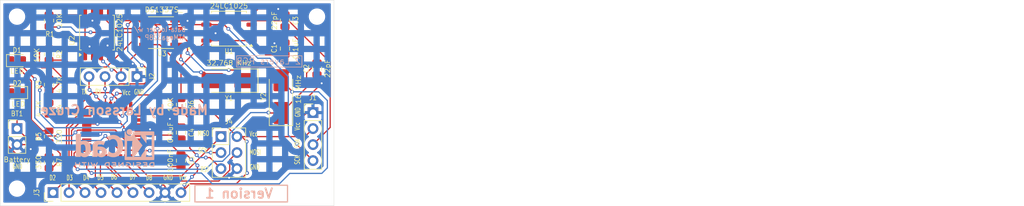
<source format=kicad_pcb>
(kicad_pcb (version 20241229) (generator "pcbnew") (generator_version "9.0")
  (title_block (title "${project_name}") (date "2025-08-30") (rev "1") (comment 1 "2-Layer_PCB_Version"))
  (layers (0 "F.Cu" mixed) (2 "B.Cu" mixed) (13 "F.Paste" user) (15 "B.Paste" user) (5 "F.SilkS" user "F.Silkscreen") (7 "B.SilkS" user "B.Silkscreen") (1 "F.Mask" user) (3 "B.Mask" user) (25 "Edge.Cuts" user))
  (property "project_name" "MCU Datalogger with Memory and Clock")
  (net 0 "")
  (net 1 "GND")
  (net 2 "/Vcc")
  (net 3 "Net-(U4-PB6)")
  (net 4 "Net-(U4-PB7)")
  (net 5 "Net-(U4-AREF)")
  (net 6 "Net-(D1-K)")
  (net 7 "/SCK")
  (net 8 "Net-(D2-K)")
  (net 9 "/SDA")
  (net 10 "/TX")
  (net 11 "/RX")
  (net 12 "/D8")
  (net 13 "/D4")
  (net 14 "/D3")
  (net 15 "/D7")
  (net 16 "/D6")
  (net 17 "/D5")
  (net 18 "/D2")
  (net 19 "/RESET")
  (net 20 "/MOSI")
  (net 21 "/MISO")
  (net 22 "Net-(U3-~{INTA})")
  (net 23 "Net-(U3-SQW{slash}~INT)")
  (net 24 "Net-(U3-X1)")
  (net 25 "Net-(U3-X2)")
  (net 35 "/SCL")
  (footprint "Connector_PinHeader_2.54mm:PinHeader_1x02_P2.54mm_Vertical" (layer "F.Cu") (at 93.98 125.095)
    (property "Reference" "BT1")
    (property "Value" "Battery")
  )
  (footprint "Resistor_SMD:R_0805_2012Metric" (layer "F.Cu") (at 99.06 113.3075 -90)
    (property "Reference" "R2")
    (property "Value" "10K")
  )
  (footprint "Resistor_SMD:R_0805_2012Metric" (layer "F.Cu") (at 99.06 118.11 90)
    (property "Reference" "R3")
    (property "Value" "4.7K")
  )
  (footprint "Footprints:SOIC127P600X175-8N" (layer "F.Cu") (at 116.84 109.855 180)
    (property "Reference" "U3")
    (property "Value" "DS1337S_")
  )
  (footprint "Package_SO:SOIC-8_5.3x5.3mm_P1.27mm" (layer "F.Cu") (at 106.68 109.855 90)
    (property "Reference" "U2")
    (property "Value" "24LC1025")
  )
  (footprint "Resistor_SMD:R_0805_2012Metric" (layer "F.Cu") (at 99.06 130.4525 -90)
    (property "Reference" "R7")
    (property "Value" "330")
  )
  (footprint "Capacitor_SMD:C_0805_2012Metric" (layer "F.Cu") (at 141.605 115.57 90)
    (property "Reference" "C2")
    (property "Value" "22pF")
  )
  (footprint "Connector_PinHeader_2.54mm:PinHeader_2x03_P2.54mm_Vertical" (layer "F.Cu") (at 126.36 126.365)
    (property "Reference" "J4")
    (property "Value" "Conn_02x03_Odd_Even" (hide yes))
  )
  (footprint "Capacitor_SMD:C_0805_2012Metric" (layer "F.Cu") (at 136.525 112.395 90)
    (property "Reference" "C1")
    (property "Value" "0.1uF")
  )
  (footprint "Connector_PinHeader_2.54mm:PinHeader_1x04_P2.54mm_Vertical" (layer "F.Cu") (at 140.97 122.555)
    (property "Reference" "J1")
    (property "Value" "Conn_01x04_Pin" (hide yes))
  )
  (footprint "Resistor_SMD:R_0805_2012Metric" (layer "F.Cu") (at 99.06 126.365 90)
    (property "Reference" "R5")
    (property "Value" "330")
  )
  (footprint "Capacitor_SMD:C_0805_2012Metric" (layer "F.Cu") (at 136.525 107.95 -90)
    (property "Reference" "C3")
    (property "Value" "22pF")
  )
  (footprint "Crystal:Crystal_SMD_5032-2Pin_5.0x3.2mm_HandSoldering" (layer "F.Cu") (at 127.635 117.475 180)
    (property "Reference" "Y1")
    (property "Value" "32.768 KHz")
  )
  (footprint "Connector_PinHeader_2.54mm:PinHeader_1x09_P2.54mm_Vertical" (layer "F.Cu") (at 99.695 135.255 90)
    (property "Reference" "J3")
    (property "Value" "Conn_01x09_Pin" (hide yes))
  )
  (footprint "MountingHole:MountingHole_2.1mm" (layer "F.Cu") (at 93.98 107.315)
    (property "Reference" "H1" (hide yes))
    (property "Value" "MountingHole" (hide yes))
  )
  (footprint "LED_SMD:LED_0805_2012Metric" (layer "F.Cu") (at 93.98 114.3)
    (property "Reference" "D1")
    (property "Value" "LED")
  )
  (footprint "Footprints:QFP80P900X900X120-32N" (layer "F.Cu") (at 109.22 125.73)
    (property "Reference" "U4" (hide yes))
    (property "Value" "ATMEGA328P-AU" (hide yes))
  )
  (footprint "MountingHole:MountingHole_2.1mm" (layer "F.Cu") (at 141.605 134.62)
    (property "Reference" "H4" (hide yes))
    (property "Value" "MountingHole" (hide yes))
  )
  (footprint "Package_SO:SOIC-8_5.3x5.3mm_P1.27mm" (layer "F.Cu") (at 127.635 109.22 180)
    (property "Reference" "U1")
    (property "Value" "24LC1025")
  )
  (footprint "MountingHole:MountingHole_2.1mm" (layer "F.Cu") (at 141.605 107.315)
    (property "Reference" "H3" (hide yes))
    (property "Value" "MountingHole" (hide yes))
  )
  (footprint "LED_SMD:LED_0805_2012Metric" (layer "F.Cu") (at 93.98 119.38 180)
    (property "Reference" "D2")
    (property "Value" "LED")
  )
  (footprint "Resistor_SMD:R_0805_2012Metric" (layer "F.Cu") (at 99.06 121.92 -90)
    (property "Reference" "R4")
    (property "Value" "4.7K")
  )
  (footprint "Capacitor_SMD:C_0805_2012Metric" (layer "F.Cu") (at 120.015 125.73 -90)
    (property "Reference" "C4")
    (property "Value" "0.1uF")
  )
  (footprint "MountingHole:MountingHole_2.1mm" (layer "F.Cu") (at 93.98 134.62)
    (property "Reference" "H2" (hide yes))
    (property "Value" "MountingHole" (hide yes))
  )
  (footprint "Resistor_SMD:R_0805_2012Metric" (layer "F.Cu") (at 120.015 121.285 -90)
    (property "Reference" "R6")
    (property "Value" "10K")
  )
  (footprint "Resistor_SMD:R_0805_2012Metric" (layer "F.Cu") (at 99.06 107.95 90)
    (property "Reference" "R1")
    (property "Value" "10K")
  )
  (footprint "Crystal:Crystal_SMD_5032-2Pin_5.0x3.2mm_HandSoldering" (layer "F.Cu") (at 135.89 120.015 90)
    (property "Reference" "Y2")
    (property "Value" "16 MHz")
  )
  (footprint "Capacitor_SMD:C_0805_2012Metric" (layer "F.Cu") (at 120.015 130.175 -90)
    (property "Reference" "C5")
    (property "Value" "100nF")
  )
  (footprint "Connector_PinHeader_2.54mm:PinHeader_1x04_P2.54mm_Vertical" (layer "F.Cu") (at 113.03 116.84 -90)
    (property "Reference" "J2")
    (property "Value" "Conn_01x04_Pin" (hide yes))
  )
  (footprint "Symbol:KiCad-Logo2_5mm_SilkScreen" (layer "B.Cu") (at 109.5 128.15 180)
    (property "Reference" "REF**" (hide yes))
    (property "Value" "KiCad-Logo2_5mm_SilkScreen" (hide yes))
  )
  (gr_rect (start 122.225 134.0875) (end 136.925 136.7375) (stroke (width 0.2)) (fill no) (layer "B.SilkS"))
  (gr_rect (start 128.8375 113.525) (end 139.2125 115.325) (stroke (width 0.1)) (fill no) (layer "B.SilkS"))
  (gr_rect (start 91.3 104.7) (end 144.3 137.35) (stroke (width 0.05)) (fill no) (layer "Edge.Cuts"))
  (gr_text "MISO" (at 122.6 126.325 0) (layer "F.SilkS") (effects (font (size 0.8 0.5) (thickness 0.1)) (justify left bottom)))
  (gr_text "D5" (at 106.675 133.325 0) (layer "F.SilkS") (effects (font (size 0.8 0.5) (thickness 0.1)) (justify left bottom)))
  (gr_text "Vcc" (at 110.675 119.825 0) (layer "F.SilkS") (effects (font (size 0.8 0.5) (thickness 0.1)) (justify left bottom)))
  (gr_text "RST" (at 123.05 132.05 0) (layer "F.SilkS") (effects (font (size 0.8 0.5) (thickness 0.1)) (justify left bottom)))
  (gr_text "SCK" (at 122.675 129.075 0) (layer "F.SilkS") (effects (font (size 0.8 0.5) (thickness 0.1)) (justify left bottom)))
  (gr_text "SDA" (at 138.95 128.225 90) (layer "F.SilkS") (effects (font (size 0.8 0.5) (thickness 0.1)) (justify left bottom)))
  (gr_text "GND" (at 93.225 131.575 0) (layer "F.SilkS") (effects (font (size 0.8 0.5) (thickness 0.1)) (justify left bottom)))
  (gr_text "D3" (at 101.775 133.375 0) (layer "F.SilkS") (effects (font (size 0.8 0.5) (thickness 0.1)) (justify left bottom)))
  (gr_text "RX" (at 106.325 119.7 0) (layer "F.SilkS") (effects (font (size 0.8 0.5) (thickness 0.1)) (justify left bottom)))
  (gr_text "Vcc" (at 119.625 133.3 0) (layer "F.SilkS") (effects (font (size 0.8 0.5) (thickness 0.1)) (justify left bottom)))
  (gr_text "MOSI" (at 130.825 129.325 0) (layer "F.SilkS") (effects (font (size 0.8 0.5) (thickness 0.1)) (justify left bottom)))
  (gr_text "GND" (at 130.875 131.675 0) (layer "F.SilkS") (effects (font (size 0.8 0.5) (thickness 0.1)) (justify left bottom)))
  (gr_text "Vcc" (at 138.95 125.45 90) (layer "F.SilkS") (effects (font (size 0.8 0.5) (thickness 0.1)) (justify left bottom)))
  (gr_text "Vcc" (at 130.825 126.4 0) (layer "F.SilkS") (effects (font (size 0.8 0.5) (thickness 0.1)) (justify left bottom)))
  (gr_text "D8" (at 114.4 133.35 0) (layer "F.SilkS") (effects (font (size 0.8 0.5) (thickness 0.1)) (justify left bottom)))
  (gr_text "SCK" (at 138.95 130.85 90) (layer "F.SilkS") (effects (font (size 0.8 0.5) (thickness 0.1)) (justify left bottom)))
  (gr_text "GND" (at 139.025 123.325 90) (layer "F.SilkS") (effects (font (size 0.8 0.5) (thickness 0.1)) (justify left bottom)))
  (gr_text "D6" (at 108.825 133.25 0) (layer "F.SilkS") (effects (font (size 0.8 0.5) (thickness 0.1)) (justify left bottom)))
  (gr_text "TX" (at 104.175 119.75 0) (layer "F.SilkS") (effects (font (size 0.8 0.5) (thickness 0.1)) (justify left bottom)))
  (gr_text "GND" (at 112.5 119.75 0) (layer "F.SilkS") (effects (font (size 0.8 0.5) (thickness 0.1)) (justify left bottom)))
  (gr_text "D7" (at 111.8 133.275 0) (layer "F.SilkS") (effects (font (size 0.8 0.5) (thickness 0.1)) (justify left bottom)))
  (gr_text "D2" (at 99.075 133.375 0) (layer "F.SilkS") (effects (font (size 0.8 0.5) (thickness 0.1)) (justify left bottom)))
  (gr_text "D4" (at 104.4 133.375 0) (layer "F.SilkS") (effects (font (size 0.8 0.5) (thickness 0.1)) (justify left bottom)))
  (gr_text "GND" (at 117.15 133.325 0) (layer "F.SilkS") (effects (font (size 0.8 0.5) (thickness 0.1)) (justify left bottom)))
  (gr_text "Made by Larsson Cruze" (at 124.475 123.025 0) (layer "B.SilkS") (effects (font (size 1.5 1.5) (thickness 0.3) (bold yes)) (justify left bottom mirror)))
  (gr_text "Data logger w/\nATMega328P" (at 120.825 111.1 0) (layer "B.SilkS") (effects (font (size 0.8 0.7) (thickness 0.1)) (justify left bottom mirror)))
  (gr_text "Version 1" (at 134.775 136.275 0) (layer "B.SilkS") (effects (font (size 1.5 1.5) (thickness 0.3) (bold yes)) (justify left bottom mirror)))
  (gr_text "2 Layers PCB" (at 139.1 114.975 0) (layer "B.SilkS") (effects (font (size 1 1) (thickness 0.1)) (justify left bottom mirror)))
  (segment (start 113.03 115.48) (end 112.35 114.8) (width 0.2) (layer "F.Cu") (net 1))
  (segment (start 106.045 112.60853) (end 105.493235 112.056765) (width 0.2) (layer "F.Cu") (net 1))
  (segment (start 138.65 121.6) (end 142.35 117.9) (width 0.2) (layer "F.Cu") (net 1))
  (segment (start 117.261 134.05) (end 116.725 134.05) (width 0.2) (layer "F.Cu") (net 1))
  (segment (start 115.1 125.2) (end 116.6 125.2) (width 0.2) (layer "F.Cu") (net 1))
  (segment (start 96.694 128.35) (end 97.7665 127.2775) (width 0.2) (layer "F.Cu") (net 1))
  (segment (start 134.955 111.445) (end 134.85 111.55) (width 0.2) (layer "F.Cu") (net 1))
  (segment (start 139.005 123.545) (end 138.65 123.19) (width 0.2) (layer "F.Cu") (net 1))
  (segment (start 110.95 125.3) (end 110.95 124.775) (width 0.2) (layer "F.Cu") (net 1))
  (segment (start 136.525 107) (end 136.35 107) (width 0.2) (layer "F.Cu") (net 1))
  (segment (start 119.315 107.95) (end 121.015 107.95) (width 0.2) (layer "F.Cu") (net 1))
  (segment (start 114.97 125.33) (end 115.1 125.2) (width 0.2) (layer "F.Cu") (net 1))
  (segment (start 113.39 125.33) (end 114.97 125.33) (width 0.2) (layer "F.Cu") (net 1))
  (segment (start 100.838 130.048) (end 100.838 129.0555) (width 0.2) (layer "F.Cu") (net 1))
  (segment (start 139.995 122.555) (end 140.97 122.555) (width 0.2) (layer "F.Cu") (net 1))
  (segment (start 136.35 107) (end 135.45 106.1) (width 0.2) (layer "F.Cu") (net 1))
  (segment (start 141.605 116.52) (end 141.605 117.155) (width 0.2) (layer "F.Cu") (net 1))
  (segment (start 128.9 131.445) (end 128.9 131.65) (width 0.2) (layer "F.Cu") (net 1))
  (segment (start 107 126.13) (end 107.2 125.93) (width 0.2) (layer "F.Cu") (net 1))
  (segment (start 125.405 109.855) (end 125.5 109.95) (width 0.2) (layer "F.Cu") (net 1))
  (segment (start 131.2225 107.315) (end 131.2225 107.1275) (width 0.2) (layer "F.Cu") (net 1))
  (segment (start 110.95 124.775) (end 110.225 124.05) (width 0.2) (layer "F.Cu") (net 1))
  (segment (start 106.045 106.2675) (end 106.045 107.855) (width 0.2) (layer "F.Cu") (net 1))
  (segment (start 106.045 107.855) (end 105.95 107.95) (width 0.2) (layer "F.Cu") (net 1))
  (segment (start 106.045 113.4425) (end 106.045 112.60853) (width 0.2) (layer "F.Cu") (net 1))
  (segment (start 138.65 123.19) (end 138.65 121.6) (width 0.2) (layer "F.Cu") (net 1))
  (segment (start 108.585 112.135) (end 108.35 111.9) (width 0.2) (layer "F.Cu") (net 1))
  (segment (start 120.015 124.78) (end 118.785 123.55) (width 0.2) (layer "F.Cu") (net 1))
  (segment (start 128.9 131.65) (end 127.65 132.9) (width 0.2) (layer "F.Cu") (net 1))
  (segment (start 121.015 107.95) (end 121.05 107.985) (width 0.2) (layer "F.Cu") (net 1))
  (segment (start 118.285 131.125) (end 120.015 131.125) (width 0.2) (layer "F.Cu") (net 1))
  (segment (start 124.0475 109.855) (end 125.405 109.855) (width 0.2) (layer "F.Cu") (net 1))
  (segment (start 106.75 124.35) (end 105.23 124.35) (width 0.2) (layer "F.Cu") (net 1))
  (segment (start 105.23 124.35) (end 105.05 124.53) (width 0.2) (layer "F.Cu") (net 1))
  (segment (start 105.05 126.13) (end 107 126.13) (width 0.2) (layer "F.Cu") (net 1))
  (segment (start 97.7665 127.2775) (end 99.06 127.2775) (width 0.2) (layer "F.Cu") (net 1))
  (segment (start 113.03 116.84) (end 113.03 115.48) (width 0.2) (layer "F.Cu") (net 1))
  (segment (start 96.15 128.35) (end 96.2 128.3) (width 0.2) (layer "F.Cu") (net 1))
  (segment (start 96.15 128.35) (end 96.694 128.35) (width 0.2) (layer "F.Cu") (net 1))
  (segment (start 108.585 113.4425) (end 108.585 112.135) (width 0.2) (layer "F.Cu") (net 1))
  (segment (start 117.475 135.255) (end 117.475 134.264) (width 0.2) (layer "F.Cu") (net 1))
  (segment (start 100.838 129.0555) (end 99.06 127.2775) (width 0.2) (layer "F.Cu") (net 1))
  (segment (start 99.06 131.365) (end 99.521 131.365) (width 0.2) (layer "F.Cu") (net 1))
  (segment (start 118.11 130.95) (end 118.285 131.125) (width 0.2) (layer "F.Cu") (net 1))
  (segment (start 118.785 123.55) (end 118.25 123.55) (width 0.2) (layer "F.Cu") (net 1))
  (segment (start 132.25 106.1) (end 131.9 106.45) (width 0.2) (layer "F.Cu") (net 1))
  (segment (start 93.98 127.635) (end 95.435 127.635) (width 0.2) (layer "F.Cu") (net 1))
  (segment (start 99.521 131.365) (end 100.838 130.048) (width 0.2) (layer "F.Cu") (net 1))
  (segment (start 136.525 111.445) (end 134.955 111.445) (width 0.2) (layer "F.Cu") (net 1))
  (segment (start 131.2225 107.1275) (end 131.9 106.45) (width 0.2) (layer "F.Cu") (net 1))
  (segment (start 117.475 134.264) (end 117.261 134.05) (width 0.2) (layer "F.Cu") (net 1))
  (segment (start 139.005 123.545) (end 139.995 122.555) (width 0.2) (layer "F.Cu") (net 1))
  (segment (start 95.435 127.635) (end 96.15 128.35) (width 0.2) (layer "F.Cu") (net 1))
  (segment (start 116.6 125.2) (end 118.25 123.55) (width 0.2) (layer "F.Cu") (net 1))
  (segment (start 141.605 117.155) (end 142.35 117.9) (width 0.2) (layer "F.Cu") (net 1))
  (segment (start 135.45 106.1) (end 132.25 106.1) (width 0.2) (layer "F.Cu") (net 1))
  (via (at 142.35 117.9) (size 0.6) (drill 0.3) (layers "F.Cu" "B.Cu") (net 1))
  (via (at 110.95 125.3) (size 0.6) (drill 0.3) (layers "F.Cu" "B.Cu") (net 1))
  (via (at 115.1 125.2) (size 0.6) (drill 0.3) (layers "F.Cu" "B.Cu") (net 1))
  (via (at 134.85 111.55) (size 0.6) (drill 0.3) (layers "F.Cu" "B.Cu") (net 1))
  (via (at 108.35 111.9) (size 0.6) (drill 0.3) (layers "F.Cu" "B.Cu") (net 1))
  (via (at 112.35 114.8) (size 0.6) (drill 0.3) (layers "F.Cu" "B.Cu") (net 1))
  (via (at 106.75 124.35) (size 0.6) (drill 0.3) (layers "F.Cu" "B.Cu") (net 1))
  (via (at 110.225 124.05) (size 0.6) (drill 0.3) (layers "F.Cu" "B.Cu") (net 1))
  (via (at 105.95 107.95) (size 0.6) (drill 0.3) (layers "F.Cu" "B.Cu") (net 1))
  (via (at 125.5 109.95) (size 0.6) (drill 0.3) (layers "F.Cu" "B.Cu") (net 1))
  (via (at 116.725 134.05) (size 0.6) (drill 0.3) (layers "F.Cu" "B.Cu") (net 1))
  (via (at 96.15 128.35) (size 0.6) (drill 0.3) (layers "F.Cu" "B.Cu") (net 1))
  (via (at 118.11 130.95) (size 0.6) (drill 0.3) (layers "F.Cu" "B.Cu") (net 1))
  (via (at 105.493235 112.056765) (size 0.6) (drill 0.3) (layers "F.Cu" "B.Cu") (net 1))
  (via (at 118.25 123.55) (size 0.6) (drill 0.3) (layers "F.Cu" "B.Cu") (net 1))
  (via (at 121.05 107.985) (size 0.6) (drill 0.3) (layers "F.Cu" "B.Cu") (net 1))
  (via (at 127.65 132.9) (size 0.6) (drill 0.3) (layers "F.Cu" "B.Cu") (net 1))
  (via (at 135.45 106.1) (size 0.6) (drill 0.3) (layers "F.Cu" "B.Cu") (net 1))
  (via (at 107.2 125.93) (size 0.6) (drill 0.3) (layers "F.Cu" "B.Cu") (net 1))
  (segment (start 110.225 124.05) (end 107.05 124.05) (width 0.2) (layer "B.Cu") (net 1))
  (segment (start 110.601 125.649) (end 110.95 125.3) (width 0.2) (layer "B.Cu") (net 1))
  (segment (start 107.2 125.93) (end 107.481 125.649) (width 0.2) (layer "B.Cu") (net 1))
  (segment (start 107.481 125.649) (end 110.601 125.649) (width 0.2) (layer "B.Cu") (net 1))
  (segment (start 107.05 124.05) (end 106.75 124.35) (width 0.2) (layer "B.Cu") (net 1))
  (segment (start 122.9075 120.3725) (end 128.9 126.365) (width 0.2) (layer "F.Cu") (net 2))
  (segment (start 136.525 113.345) (end 133.4425 113.345) (width 0.2) (layer "F.Cu") (net 2))
  (segment (start 99.06 112.395) (end 103.188 112.395) (width 0.2) (layer "F.Cu") (net 2))
  (segment (start 104.775 113.4425) (end 104.2355 113.4425) (width 0.2) (layer "F.Cu") (net 2))
  (segment (start 107.315 113.4425) (end 107.315 114.0985) (width 0.2) (layer "F.Cu") (net 2))
  (segment (start 139.7 126.365) (end 129.54 126.365) (width 0.2) (layer "F.Cu") (net 2))
  (segment (start 131.2225 109.855) (end 131.2225 108.585) (width 0.2) (layer "F.Cu") (net 2))
  (segment (start 124.0475 111.125) (end 120.015 115.1575) (width 0.2) (layer "F.Cu") (net 2))
  (segment (start 120.55 134.72) (end 120.015 135.255) (width 0.2) (layer "F.Cu") (net 2))
  (segment (start 111.982 127.73) (end 109.582 125.33) (width 0.2) (layer "F.Cu") (net 2))
  (segment (start 120.015 120.3725) (end 122.9075 120.3725) (width 0.2) (layer "F.Cu") (net 2))
  (segment (start 104.005 107.0375) (end 99.06 107.0375) (width 0.2) (layer "F.Cu") (net 2))
  (segment (start 95.151 126.266) (end 100.384 126.266) (width 0.2) (layer "F.Cu") (net 2))
  (segment (start 128.792 133.858) (end 130.5 132.15) (width 0.2) (layer "F.Cu") (net 2))
  (segment (start 99.577443 119.0225) (end 101.151 117.448943) (width 0.2) (layer "F.Cu") (net 2))
  (segment (start 93.98 125.095) (end 93.98 120.3175) (width 0.2) (layer "F.Cu") (net 2))
  (segment (start 93.98 120.3175) (end 93.0425 119.38) (width 0.2) (layer "F.Cu") (net 2))
  (segment (start 97.536 115.062) (end 97.9085 115.4345) (width 0.2) (layer "F.Cu") (net 2))
  (segment (start 120.015 135.255) (end 121.412 133.858) (width 0.2) (layer "F.Cu") (net 2))
  (segment (start 101.151 117.448943) (end 101.151 116.951057) (width 0.2) (layer "F.Cu") (net 2))
  (segment (start 109.582 125.33) (end 105.05 125.33) (width 0.2) (layer "F.Cu") (net 2))
  (segment (start 100.384 126.266) (end 100.45 126.2) (width 0.2) (layer "F.Cu") (net 2))
  (segment (start 109.4 115.75) (end 110.49 116.84) (width 0.2) (layer "F.Cu") (net 2))
  (segment (start 120.015 129.225) (end 120.875 129.225) (width 0.2) (layer "F.Cu") (net 2))
  (segment (start 113.39 127.73) (end 111.982 127.73) (width 0.2) (layer "F.Cu") (net 2))
  (segment (start 104.775 110.49) (end 104.775 113.4425) (width 0.2) (layer "F.Cu") (net 2))
  (segment (start 114.365 111.76) (end 110.49 115.635) (width 0.2) (layer "F.Cu") (net 2))
  (segment (start 129.661 126.365) (end 129.54 126.365) (width 0.2) (layer "F.Cu") (net 2))
  (segment (start 109 115.75) (end 109.4 115.75) (width 0.2) (layer "F.Cu") (net 2))
  (segment (start 120.55 134.025) (end 120.55 134.72) (width 0.2) (layer "F.Cu") (net 2))
  (segment (start 110.49 115.635) (end 110.49 116.84) (width 0.2) (layer "F.Cu") (net 2))
  (segment (start 99.06 119.0225) (end 99.577443 119.0225) (width 0.2) (layer "F.Cu") (net 2))
  (segment (start 103.62 125.33) (end 105.05 125.33) (width 0.2) (layer "F.Cu") (net 2))
  (segment (start 120.015 129.225) (end 118.52 127.73) (width 0.2) (layer "F.Cu") (net 2))
  (segment (start 93.98 125.095) (end 95.151 126.266) (width 0.2) (layer "F.Cu") (net 2))
  (segment (start 129.54 126.365) (end 128.9 126.365) (width 0.2) (layer "F.Cu") (net 2))
  (segment (start 104.775 106.2675) (end 104.005 107.0375) (width 0.2) (layer "F.Cu") (net 2))
  (segment (start 124.0475 111.125) (end 131.2225 111.125) (width 0.2) (layer "F.Cu") (net 2))
  (segment (start 121.412 133.858) (end 128.792 133.858) (width 0.2) (layer "F.Cu") (net 2))
  (segment (start 131.2225 111.125) (end 131.2225 109.855) (width 0.2) (layer "F.Cu") (net 2))
  (segment (start 101.151 116.951057) (end 99.634443 115.4345) (width 0.2) (layer "F.Cu") (net 2))
  (segment (start 97.536 113.03) (end 97.536 115.062) (width 0.2) (layer "F.Cu") (net 2))
  (segment (start 118.52 127.73) (end 113.39 127.73) (width 0.2) (layer "F.Cu") (net 2))
  (segment (start 120.015 115.1575) (end 120.015 120.3725) (width 0.2) (layer "F.Cu") (net 2))
  (segment (start 116.6175 111.76) (end 120.015 115.1575) (width 0.2) (layer "F.Cu") (net 2))
  (segment (start 99.06 119.0225) (end 99.06 121.0075) (width 0.2) (layer "F.Cu") (net 2))
  (segment (start 103.25 125.7) (end 103.62 125.33) (width 0.2) (layer "F.Cu") (net 2))
  (segment (start 133.4425 113.345) (end 131.2225 111.125) (width 0.2) (layer "F.Cu") (net 2))
  (segment (start 99.06 112.395) (end 98.171 112.395) (width 0.2) (layer "F.Cu") (net 2))
  (segment (start 107.315 113.4425) (end 107.315 113.03) (width 0.2) (layer "F.Cu") (net 2))
  (segment (start 107.315 113.03) (end 104.775 110.49) (width 0.2) (layer "F.Cu") (net 2))
  (segment (start 120.875 129.225) (end 121.625 129.975) (width 0.2) (layer "F.Cu") (net 2))
  (segment (start 98.171 112.395) (end 97.536 113.03) (width 0.2) (layer "F.Cu") (net 2))
  (segment (start 103.188 112.395) (end 104.2355 113.4425) (width 0.2) (layer "F.Cu") (net 2))
  (segment (start 114.365 111.76) (end 116.6175 111.76) (width 0.2) (layer "F.Cu") (net 2))
  (segment (start 140.97 125.095) (end 139.7 126.365) (width 0.2) (layer "F.Cu") (net 2))
  (segment (start 122.625 131.875) (end 121.75 132.75) (width 0.2) (layer "F.Cu") (net 2))
  (segment (start 97.9085 115.4345) (end 99.634443 115.4345) (width 0.2) (layer "F.Cu") (net 2))
  (segment (start 122.625 130.95) (end 122.625 131.875) (width 0.2) (layer "F.Cu") (net 2))
  (segment (start 104.775 106.2675) (end 104.775 110.49) (width 0.2) (layer "F.Cu") (net 2))
  (segment (start 107.315 114.0985) (end 107.65 114.4335) (width 0.2) (layer "F.Cu") (net 2))
  (segment (start 130.45 127.154) (end 129.661 126.365) (width 0.2) (layer "F.Cu") (net 2))
  (via (at 121.75 132.75) (size 0.6) (drill 0.3) (layers "F.Cu" "B.Cu") (net 2))
  (via (at 103.25 125.7) (size 0.6) (drill 0.3) (layers "F.Cu" "B.Cu") (net 2))
  (via (at 100.45 126.2) (size 0.6) (drill 0.3) (layers "F.Cu" "B.Cu") (net 2))
  (via (at 121.625 129.975) (size 0.6) (drill 0.3) (layers "F.Cu" "B.Cu") (net 2))
  (via (at 130.5 132.15) (size 0.6) (drill 0.3) (layers "F.Cu" "B.Cu") (net 2))
  (via (at 130.45 127.154) (size 0.6) (drill 0.3) (layers "F.Cu" "B.Cu") (net 2))
  (via (at 120.55 134.025) (size 0.6) (drill 0.3) (layers "F.Cu" "B.Cu") (net 2))
  (via (at 122.625 130.95) (size 0.6) (drill 0.3) (layers "F.Cu" "B.Cu") (net 2))
  (via (at 109 115.75) (size 0.6) (drill 0.3) (layers "F.Cu" "B.Cu") (net 2))
  (via (at 107.65 114.4335) (size 0.6) (drill 0.3) (layers "F.Cu" "B.Cu") (net 2))
  (segment (start 102.75 126.2) (end 103.25 125.7) (width 0.2) (layer "B.Cu") (net 2))
  (segment (start 121.75 132.75) (end 121.75 132.825) (width 0.2) (layer "B.Cu") (net 2))
  (segment (start 121.75 132.825) (end 120.55 134.025) (width 0.2) (layer "B.Cu") (net 2))
  (segment (start 100.45 126.2) (end 102.75 126.2) (width 0.2) (layer "B.Cu") (net 2))
  (segment (start 107.6835 114.4335) (end 109 115.75) (width 0.2) (layer "B.Cu") (net 2))
  (segment (start 107.65 114.4335) (end 107.6835 114.4335) (width 0.2) (layer "B.Cu") (net 2))
  (segment (start 130.5 132.15) (end 130.45 132.1) (width 0.2) (layer "B.Cu") (net 2))
  (segment (start 121.625 129.975) (end 121.65 129.975) (width 0.2) (layer "B.Cu") (net 2))
  (segment (start 130.45 132.1) (end 130.45 127.154) (width 0.2) (layer "B.Cu") (net 2))
  (segment (start 121.65 129.975) (end 122.625 130.95) (width 0.2) (layer "B.Cu") (net 2))
  (segment (start 104.315 127.73) (end 103.037 129.008) (width 0.2) (layer "F.Cu") (net 3))
  (segment (start 133.9 122.55) (end 133.965 122.615) (width 0.2) (layer "F.Cu") (net 3))
  (segment (start 103.037 129.008) (end 103.037 130.556) (width 0.2) (layer "F.Cu") (net 3))
  (segment (start 103.037 130.987) (end 103.6 131.55) (width 0.2) (layer "F.Cu") (net 3))
  (segment (start 139.954 116.271) (end 141.605 114.62) (width 0.2) (layer "F.Cu") (net 3))
  (segment (start 139.954 118.551) (end 139.954 116.271) (width 0.2) (layer "F.Cu") (net 3))
  (segment (start 105.05 127.73) (end 104.315 127.73) (width 0.2) (layer "F.Cu") (net 3))
  (segment (start 135.89 122.615) (end 139.954 118.551) (width 0.2) (layer "F.Cu") (net 3))
  (segment (start 103.037 130.556) (end 103.037 130.987) (width 0.2) (layer "F.Cu") (net 3))
  (segment (start 133.965 122.615) (end 135.89 122.615) (width 0.2) (layer "F.Cu") (net 3))
  (via (at 133.9 122.55) (size 0.6) (drill 0.3) (layers "F.Cu" "B.Cu") (net 3))
  (via (at 103.6 131.55) (size 0.6) (drill 0.3) (layers "F.Cu" "B.Cu") (net 3))
  (segment (start 127.749 129.14376) (end 127.749 125.88824) (width 0.2) (layer "B.Cu") (net 3))
  (segment (start 103.6 131.55) (end 123.95 131.55) (width 0.2) (layer "B.Cu") (net 3))
  (segment (start 131.08724 122.55) (end 133.9 122.55) (width 0.2) (layer "B.Cu") (net 3))
  (segment (start 126.59876 130.294) (end 127.749 129.14376) (width 0.2) (layer "B.Cu") (net 3))
  (segment (start 125.206 130.294) (end 126.59876 130.294) (width 0.2) (layer "B.Cu") (net 3))
  (segment (start 127.749 125.88824) (end 131.08724 122.55) (width 0.2) (layer "B.Cu") (net 3))
  (segment (start 123.95 131.55) (end 125.206 130.294) (width 0.2) (layer "B.Cu") (net 3))
  (segment (start 105.734 132.15) (end 105.82 132.15) (width 0.2) (layer "F.Cu") (net 4))
  (segment (start 137.65 119.25) (end 137.65 119.175) (width 0.2) (layer "F.Cu") (net 4))
  (segment (start 138.684 111.059) (end 136.525 108.9) (width 0.2) (layer "F.Cu") (net 4))
  (segment (start 105.05 131.466) (end 105.734 132.15) (width 0.2) (layer "F.Cu") (net 4))
  (segment (start 105.05 128.53) (end 105.05 131.466) (width 0.2) (layer "F.Cu") (net 4))
  (segment (start 135.89 117.415) (end 138.684 114.621) (width 0.2) (layer "F.Cu") (net 4))
  (segment (start 137.65 119.175) (end 135.89 117.415) (width 0.2) (layer "F.Cu") (net 4))
  (segment (start 138.684 114.621) (end 138.684 111.059) (width 0.2) (layer "F.Cu") (net 4))
  (via (at 105.82 132.15) (size 0.6) (drill 0.3) (layers "F.Cu" "B.Cu") (net 4))
  (via (at 137.65 119.25) (size 0.6) (drill 0.3) (layers "F.Cu" "B.Cu") (net 4))
  (segment (start 142.367 132.207) (end 143.256 131.318) (width 0.2) (layer "B.Cu") (net 4))
  (segment (start 143.256 120.65) (end 141.856 119.25) (width 0.2) (layer "B.Cu") (net 4))
  (segment (start 135.636 133.858) (end 137.287 132.207) (width 0.2) (layer "B.Cu") (net 4))
  (segment (start 143.256 131.318) (end 143.256 120.65) (width 0.2) (layer "B.Cu") (net 4))
  (segment (start 124.968 133.858) (end 135.636 133.858) (width 0.2) (layer "B.Cu") (net 4))
  (segment (start 105.82 132.15) (end 123.26 132.15) (width 0.2) (layer "B.Cu") (net 4))
  (segment (start 137.668 119.268) (end 137.65 119.25) (width 0.2) (layer "B.Cu") (net 4))
  (segment (start 137.287 132.207) (end 142.367 132.207) (width 0.2) (layer "B.Cu") (net 4))
  (segment (start 123.26 132.15) (end 124.968 133.858) (width 0.2) (layer "B.Cu") (net 4))
  (segment (start 141.856 119.25) (end 137.65 119.25) (width 0.2) (layer "B.Cu") (net 4))
  (segment (start 120.015 126.68) (end 119.465 126.13) (width 0.2) (layer "F.Cu") (net 5))
  (segment (start 119.465 126.13) (end 113.39 126.13) (width 0.2) (layer "F.Cu") (net 5))
  (segment (start 96.266 117.5235) (end 96.266 123.698) (width 0.2) (layer "F.Cu") (net 6))
  (segment (start 96.266 123.698) (end 98.0205 125.4525) (width 0.2) (layer "F.Cu") (net 6))
  (segment (start 93.0425 114.3) (end 96.266 117.5235) (width 0.2) (layer "F.Cu") (net 6))
  (segment (start 98.0205 125.4525) (end 99.06 125.4525) (width 0.2) (layer "F.Cu") (net 6))
  (segment (start 94.9175 115.3175) (end 94.9175 114.3) (width 0.2) (layer "F.Cu") (net 7))
  (segment (start 124.745 128.905) (end 126.36 128.905) (width 0.2) (layer "F.Cu") (net 7))
  (segment (start 96.798999 117.198999) (end 94.9175 115.3175) (width 0.2) (layer "F.Cu") (net 7))
  (segment (start 113.39 128.53) (end 110.28 128.53) (width 0.2) (layer "F.Cu") (net 7))
  (segment (start 96.798999 117.247978) (end 96.798999 117.198999) (width 0.2) (layer "F.Cu") (net 7))
  (segment (start 115.05 128.6) (end 113.46 128.6) (width 0.2) (layer "F.Cu") (net 7))
  (segment (start 113.46 128.6) (end 113.39 128.53) (width 0.2) (layer "F.Cu") (net 7))
  (segment (start 110.28 128.53) (end 108 126.25) (width 0.2) (layer "F.Cu") (net 7))
  (via (at 124.745 128.905) (size 0.6) (drill 0.3) (layers "F.Cu" "B.Cu") (net 7))
  (via (at 96.798999 117.247978) (size 0.6) (drill 0.3) (layers "F.Cu" "B.Cu") (net 7))
  (via (at 115.05 128.6) (size 0.6) (drill 0.3) (layers "F.Cu" "B.Cu") (net 7))
  (via (at 108 126.25) (size 0.6) (drill 0.3) (layers "F.Cu" "B.Cu") (net 7))
  (segment (start 123.855 128.905) (end 123.55 128.6) (width 0.2) (layer "B.Cu") (net 7))
  (segment (start 123.55 128.6) (end 115.05 128.6) (width 0.2) (layer "B.Cu") (net 7))
  (segment (start 96.798999 123.398942) (end 96.798999 117.247978) (width 0.2) (layer "B.Cu") (net 7))
  (segment (start 124.745 128.905) (end 123.855 128.905) (width 0.2) (layer "B.Cu") (net 7))
  (segment (start 100.400057 127) (end 96.798999 123.398942) (width 0.2) (layer "B.Cu") (net 7))
  (segment (start 107.25 127) (end 100.400057 127) (width 0.2) (layer "B.Cu") (net 7))
  (segment (start 108 126.25) (end 107.25 127) (width 0.2) (layer "B.Cu") (net 7))
  (segment (start 92.566354 118.379) (end 92.254 118.691354) (width 0.2) (layer "F.Cu") (net 8))
  (segment (start 94.25724 129.54) (end 99.06 129.54) (width 0.2) (layer "F.Cu") (net 8))
  (segment (start 94.9175 119.38) (end 93.9165 118.379) (width 0.2) (layer "F.Cu") (net 8))
  (segment (start 92.254 127.53676) (end 94.25724 129.54) (width 0.2) (layer "F.Cu") (net 8))
  (segment (start 93.9165 118.379) (end 92.566354 118.379) (width 0.2) (layer "F.Cu") (net 8))
  (segment (start 92.254 118.691354) (end 92.254 127.53676) (width 0.2) (layer "F.Cu") (net 8))
  (segment (start 114.365 107.95) (end 110.2675 107.95) (width 0.2) (layer "F.Cu") (net 9))
  (segment (start 137.09516 107.959) (end 143.699 114.56284) (width 0.2) (layer "F.Cu") (net 9))
  (segment (start 124.6915 107.959) (end 137.09516 107.959) (width 0.2) (layer "F.Cu") (net 9))
  (segment (start 143.699 114.56284) (end 143.699 124.906) (width 0.2) (layer "F.Cu") (net 9))
  (segment (start 143.699 124.906) (end 140.97 127.635) (width 0.2) (layer "F.Cu") (net 9))
  (segment (start 111.55 108.62) (end 112.22 107.95) (width 0.2) (layer "F.Cu") (net 9))
  (segment (start 102.4655 122.8325) (end 105.918 119.38) (width 0.2) (layer "F.Cu") (net 9))
  (segment (start 114.181 117.991) (end 114.554 117.618) (width 0.2) (layer "F.Cu") (net 9))
  (segment (start 105.918 119.38) (end 108.837312 119.38) (width 0.2) (layer "F.Cu") (net 9))
  (segment (start 114.554 115.57) (end 114.034 115.05) (width 0.2) (layer "F.Cu") (net 9))
  (segment (start 99.06 122.8325) (end 102.4655 122.8325) (width 0.2) (layer "F.Cu") (net 9))
  (segment (start 110.226312 117.991) (end 114.181 117.991) (width 0.2) (layer "F.Cu") (net 9))
  (segment (start 114.034 115.05) (end 113.8 115.05) (width 0.2) (layer "F.Cu") (net 9))
  (segment (start 110.2675 107.95) (end 108.585 106.2675) (width 0.2) (layer "F.Cu") (net 9))
  (segment (start 112.22 107.95) (end 114.365 107.95) (width 0.2) (layer "F.Cu") (net 9))
  (segment (start 115 107.315) (end 114.365 107.95) (width 0.2) (layer "F.Cu") (net 9))
  (segment (start 114.554 117.618) (end 114.554 115.57) (width 0.2) (layer "F.Cu") (net 9))
  (segment (start 108.837312 119.38) (end 110.226312 117.991) (width 0.2) (layer "F.Cu") (net 9))
  (segment (start 108.837312 119.38) (end 110.42 120.962688) (width 0.2) (layer "F.Cu") (net 9))
  (segment (start 124.0475 107.315) (end 115 107.315) (width 0.2) (layer "F.Cu") (net 9))
  (segment (start 110.42 120.962688) (end 110.42 121.56) (width 0.2) (layer "F.Cu") (net 9))
  (segment (start 124.0475 107.315) (end 124.6915 107.959) (width 0.2) (layer "F.Cu") (net 9))
  (via (at 111.55 108.62) (size 0.6) (drill 0.3) (layers "F.Cu" "B.Cu") (net 9))
  (via (at 113.8 115.05) (size 0.6) (drill 0.3) (layers "F.Cu" "B.Cu") (net 9))
  (segment (start 111.55 112.8) (end 111.55 108.62) (width 0.2) (layer "B.Cu") (net 9))
  (segment (start 113.8 115.05) (end 111.55 112.8) (width 0.2) (layer "B.Cu") (net 9))
  (segment (start 105.493735 118.955735) (end 105.41 118.872) (width 0.2) (layer "F.Cu") (net 10))
  (segment (start 107.22 120.67) (end 106.55 120) (width 0.2) (layer "F.Cu") (net 10))
  (segment (start 105.41 118.872) (end 105.41 116.84) (width 0.2) (layer "F.Cu") (net 10))
  (segment (start 107.22 121.56) (end 107.22 120.67) (width 0.2) (layer "F.Cu") (net 10))
  (via (at 105.493735 118.955735) (size 0.6) (drill 0.3) (layers "F.Cu" "B.Cu") (net 10))
  (via (at 106.55 120) (size 0.6) (drill 0.3) (layers "F.Cu" "B.Cu") (net 10))
  (segment (start 105.676 119.126) (end 105.664 119.126) (width 0.2) (layer "B.Cu") (net 10))
  (segment (start 106.55 120) (end 105.676 119.126) (width 0.2) (layer "B.Cu") (net 10))
  (segment (start 105.664 119.126) (end 105.493735 118.955735) (width 0.2) (layer "B.Cu") (net 10))
  (segment (start 108.02 121.56) (end 108.02 120.07) (width 0.2) (layer "F.Cu") (net 11))
  (segment (start 107.95 118.78) (end 107.95 116.84) (width 0.2) (layer "F.Cu") (net 11))
  (segment (start 108.02 120.07) (end 108 120.05) (width 0.2) (layer "F.Cu") (net 11))
  (via (at 108 120.05) (size 0.6) (drill 0.3) (layers "F.Cu" "B.Cu") (net 11))
  (via (at 107.95 118.78) (size 0.6) (drill 0.3) (layers "F.Cu" "B.Cu") (net 11))
  (segment (start 108 120.05) (end 108 118.83) (width 0.2) (layer "B.Cu") (net 11))
  (segment (start 108 118.83) (end 107.95 118.78) (width 0.2) (layer "B.Cu") (net 11))
  (segment (start 108.82 131.1129) (end 108.82 129.9) (width 0.2) (layer "F.Cu") (net 12))
  (segment (start 113.00045 133.32045) (end 111.02755 133.32045) (width 0.2) (layer "F.Cu") (net 12))
  (segment (start 111.02755 133.32045) (end 108.82 131.1129) (width 0.2) (layer "F.Cu") (net 12))
  (segment (start 114.935 135.255) (end 113.00045 133.32045) (width 0.2) (layer "F.Cu") (net 12))
  (segment (start 104.315 123.73) (end 105.05 123.73) (width 0.2) (layer "F.Cu") (net 13))
  (segment (start 104.775 135.255) (end 102.636 133.116) (width 0.2) (layer "F.Cu") (net 13))
  (segment (start 102.636 125.409) (end 104.315 123.73) (width 0.2) (layer "F.Cu") (net 13))
  (segment (start 102.636 133.116) (end 102.636 125.409) (width 0.2) (layer "F.Cu") (net 13))
  (segment (start 104.315 122.93) (end 105.05 122.93) (width 0.2) (layer "F.Cu") (net 14))
  (segment (start 102.235 125.01) (end 104.315 122.93) (width 0.2) (layer "F.Cu") (net 14))
  (segment (start 102.235 135.255) (end 102.235 125.01) (width 0.2) (layer "F.Cu") (net 14))
  (segment (start 108.02 130.88) (end 108.02 129.9) (width 0.2) (layer "F.Cu") (net 15))
  (segment (start 112.395 135.255) (end 108.02 130.88) (width 0.2) (layer "F.Cu") (net 15))
  (segment (start 107.22 132.62) (end 107.22 129.9) (width 0.2) (layer "F.Cu") (net 16))
  (segment (start 109.855 135.255) (end 107.22 132.62) (width 0.2) (layer "F.Cu") (net 16))
  (segment (start 106.42 134.36) (end 106.42 129.9) (width 0.2) (layer "F.Cu") (net 17))
  (segment (start 107.315 135.255) (end 106.42 134.36) (width 0.2) (layer "F.Cu") (net 17))
  (segment (start 101.834 124.748688) (end 105.022688 121.56) (width 0.2) (layer "F.Cu") (net 18))
  (segment (start 101.834 133.116) (end 101.834 124.748688) (width 0.2) (layer "F.Cu") (net 18))
  (segment (start 105.022688 121.56) (end 106.42 121.56) (width 0.2) (layer "F.Cu") (net 18))
  (segment (start 99.695 135.255) (end 101.834 133.116) (width 0.2) (layer "F.Cu") (net 18))
  (segment (start 108.82 120.48) (end 108.954391 120.345609) (width 0.2) (layer "F.Cu") (net 19))
  (segment (start 126.36 131.445) (end 124.609 129.694) (width 0.2) (layer "F.Cu") (net 19))
  (segment (start 110.9 119.75) (end 117.5675 119.75) (width 0.2) (layer "F.Cu") (net 19))
  (segment (start 109.827921 119.522079) (end 110.672079 119.522079) (width 0.2) (layer "F.Cu") (net 19))
  (segment (start 110.672079 119.522079) (end 110.9 119.75) (width 0.2) (layer "F.Cu") (net 19))
  (segment (start 124.609 129.694) (end 123.95 129.694) (width 0.2) (layer "F.Cu") (net 19))
  (segment (start 108.82 121.56) (end 108.82 120.48) (width 0.2) (layer "F.Cu") (net 19))
  (segment (start 117.5675 119.75) (end 120.015 122.1975) (width 0.2) (layer "F.Cu") (net 19))
  (segment (start 122.5 129.3) (end 121.412 128.212) (width 0.2) (layer "F.Cu") (net 19))
  (segment (start 121.412 123.5945) (end 120.015 122.1975) (width 0.2) (layer "F.Cu") (net 19))
  (segment (start 121.412 128.212) (end 121.412 123.5945) (width 0.2) (layer "F.Cu") (net 19))
  (via (at 108.954391 120.345609) (size 0.6) (drill 0.3) (layers "F.Cu" "B.Cu") (net 19))
  (via (at 123.95 129.694) (size 0.6) (drill 0.3) (layers "F.Cu" "B.Cu") (net 19))
  (via (at 122.5 129.3) (size 0.6) (drill 0.3) (layers "F.Cu" "B.Cu") (net 19))
  (via (at 109.827921 119.522079) (size 0.6) (drill 0.3) (layers "F.Cu" "B.Cu") (net 19))
  (segment (start 123.95 129.694) (end 122.894 129.694) (width 0.2) (layer "B.Cu") (net 19))
  (segment (start 122.894 129.694) (end 122.5 129.3) (width 0.2) (layer "B.Cu") (net 19))
  (segment (start 109.004391 120.345609) (end 109.827921 119.522079) (width 0.2) (layer "B.Cu") (net 19))
  (segment (start 108.954391 120.345609) (end 109.004391 120.345609) (width 0.2) (layer "B.Cu") (net 19))
  (segment (start 114.01 133.425) (end 126.00776 133.425) (width 0.2) (layer "F.Cu") (net 20))
  (segment (start 127.749 130.056) (end 128.9 128.905) (width 0.2) (layer "F.Cu") (net 20))
  (segment (start 127.749 131.68376) (end 127.749 130.056) (width 0.2) (layer "F.Cu") (net 20))
  (segment (start 111.22 129.9) (end 111.22 130.635) (width 0.2) (layer "F.Cu") (net 20))
  (segment (start 111.22 130.635) (end 114.01 133.425) (width 0.2) (layer "F.Cu") (net 20))
  (segment (start 126.00776 133.425) (end 127.749 131.68376) (width 0.2) (layer "F.Cu") (net 20))
  (segment (start 120.137 132.588) (end 126.36 126.365) (width 0.2) (layer "F.Cu") (net 21))
  (segment (start 114.708 132.588) (end 120.137 132.588) (width 0.2) (layer "F.Cu") (net 21))
  (segment (start 112.02 129.9) (end 114.708 132.588) (width 0.2) (layer "F.Cu") (net 21))
  (segment (start 116.70352 109.816) (end 105.666 109.816) (width 0.2) (layer "F.Cu") (net 22))
  (segment (start 117.29952 109.22) (end 116.70352 109.816) (width 0.2) (layer "F.Cu") (net 22))
  (segment (start 105.666 109.816) (end 105.65 109.8) (width 0.2) (layer "F.Cu") (net 22))
  (segment (start 100.584 108.966) (end 99.1635 108.966) (width 0.2) (layer "F.Cu") (net 22))
  (segment (start 119.315 109.22) (end 117.29952 109.22) (width 0.2) (layer "F.Cu") (net 22))
  (segment (start 99.1635 108.966) (end 99.06 108.8625) (width 0.2) (layer "F.Cu") (net 22))
  (via (at 100.584 108.966) (size 0.6) (drill 0.3) (layers "F.Cu" "B.Cu") (net 22))
  (via (at 105.65 109.8) (size 0.6) (drill 0.3) (layers "F.Cu" "B.Cu") (net 22))
  (segment (start 102.516 108.966) (end 103.35 109.8) (width 0.2) (layer "B.Cu") (net 22))
  (segment (start 100.584 108.966) (end 102.516 108.966) (width 0.2) (layer "B.Cu") (net 22))
  (segment (start 103.35 109.8) (end 105.65 109.8) (width 0.2) (layer "B.Cu") (net 22))
  (segment (start 102.87 115.316) (end 108.18399 115.316) (width 0.2) (layer "F.Cu") (net 23))
  (segment (start 108.18399 115.316) (end 113.00999 110.49) (width 0.2) (layer "F.Cu") (net 23))
  (segment (start 113.00999 110.49) (end 114.365 110.49) (width 0.2) (layer "F.Cu") (net 23))
  (segment (start 99.06 114.22) (end 101.774 114.22) (width 0.2) (layer "F.Cu") (net 23))
  (segment (start 101.774 114.22) (end 102.87 115.316) (width 0.2) (layer "F.Cu") (net 23))
  (segment (start 123.71 116.15) (end 125.035 117.475) (width 0.2) (layer "F.Cu") (net 24))
  (segment (start 120 114.1) (end 120 112.445) (width 0.2) (layer "F.Cu") (net 24))
  (segment (start 120 112.445) (end 119.315 111.76) (width 0.2) (layer "F.Cu") (net 24))
  (segment (start 123.19 116.15) (end 123.71 116.15) (width 0.2) (layer "F.Cu") (net 24))
  (via (at 123.19 116.15) (size 0.6) (drill 0.3) (layers "F.Cu" "B.Cu") (net 24))
  (via (at 120 114.1) (size 0.6) (drill 0.3) (layers "F.Cu" "B.Cu") (net 24))
  (segment (start 122 116.1) (end 120 114.1) (width 0.2) (layer "B.Cu") (net 24))
  (segment (start 123.14 116.1) (end 122 116.1) (width 0.2) (layer "B.Cu") (net 24))
  (segment (start 123.19 116.15) (end 123.14 116.1) (width 0.2) (layer "B.Cu") (net 24))
  (segment (start 127.6 115.8) (end 128.56 115.8) (width 0.2) (layer "F.Cu") (net 25))
  (segment (start 119.315 110.49) (end 120.3 110.49) (width 0.2) (layer "F.Cu") (net 25))
  (segment (start 128.56 115.8) (end 130.235 117.475) (width 0.2) (layer "F.Cu") (net 25))
  (segment (start 120.3 110.49) (end 121.05 111.24) (width 0.2) (layer "F.Cu") (net 25))
  (segment (start 121.05 111.24) (end 121.05 113.1) (width 0.2) (layer "F.Cu") (net 25))
  (via (at 127.6 115.8) (size 0.6) (drill 0.3) (layers "F.Cu" "B.Cu") (net 25))
  (via (at 121.05 113.1) (size 0.6) (drill 0.3) (layers "F.Cu" "B.Cu") (net 25))
  (segment (start 123.75 115.8) (end 127.6 115.8) (width 0.2) (layer "B.Cu") (net 25))
  (segment (start 121.05 113.1) (end 123.75 115.8) (width 0.2) (layer "B.Cu") (net 25))
  (segment (start 124.0475 108.585) (end 115.875 108.585) (width 0.2) (layer "F.Cu") (net 35))
  (segment (start 126.86 108.585) (end 124.0475 108.585) (width 0.2) (layer "F.Cu") (net 35))
  (segment (start 109.62 121.56) (end 109.62 122.295) (width 0.2) (layer "F.Cu") (net 35))
  (segment (start 127.525 109.25) (end 126.86 108.585) (width 0.2) (layer "F.Cu") (net 35))
  (segment (start 109.455001 109.22) (end 107.315 107.079999) (width 0.2) (layer "F.Cu") (net 35))
  (segment (start 97.6 119) (end 97.6 118.6575) (width 0.2) (layer "F.Cu") (net 35))
  (segment (start 99.0625 117.2) (end 99.06 117.1975) (width 0.2) (layer "F.Cu") (net 35))
  (segment (start 115 108.585) (end 114.365 109.22) (width 0.2) (layer "F.Cu") (net 35))
  (segment (start 109.62 122.295) (end 110.4 123.075) (width 0.2) (layer "F.Cu") (net 35))
  (segment (start 140.97 130.175) (end 138.425 127.63) (width 0.2) (layer "F.Cu") (net 35))
  (segment (start 109.455001 109.22) (end 114.365 109.22) (width 0.2) (layer "F.Cu") (net 35))
  (segment (start 116.275 109.216) (end 116.275 108.985) (width 0.2) (layer "F.Cu") (net 35))
  (segment (start 116.275 108.985) (end 115.875 108.585) (width 0.2) (layer "F.Cu") (net 35))
  (segment (start 97.6 118.6575) (end 99.06 117.1975) (width 0.2) (layer "F.Cu") (net 35))
  (segment (start 138.425 127.63) (end 138.425 127.5) (width 0.2) (layer "F.Cu") (net 35))
  (segment (start 110.4 123.075) (end 110.7 123.075) (width 0.2) (layer "F.Cu") (net 35))
  (segment (start 115.875 108.585) (end 115 108.585) (width 0.2) (layer "F.Cu") (net 35))
  (segment (start 107.315 107.079999) (end 107.315 106.2675) (width 0.2) (layer "F.Cu") (net 35))
  (via (at 97.6 119) (size 0.6) (drill 0.3) (layers "F.Cu" "B.Cu") (net 35))
  (via (at 138.425 127.5) (size 0.6) (drill 0.3) (layers "F.Cu" "B.Cu") (net 35))
  (via (at 116.275 109.216) (size 0.6) (drill 0.3) (layers "F.Cu" "B.Cu") (net 35))
  (via (at 127.525 109.25) (size 0.6) (drill 0.3) (layers "F.Cu" "B.Cu") (net 35))
  (via (at 110.7 123.075) (size 0.6) (drill 0.3) (layers "F.Cu" "B.Cu") (net 35))
  (segment (start 111.0375 122.7375) (end 116.275 117.5) (width 0.2) (layer "B.Cu") (net 35))
  (segment (start 134.125 113.925) (end 132.2 113.925) (width 0.2) (layer "B.Cu") (net 35))
  (segment (start 138.425 127.5) (end 137.049 126.124) (width 0.2) (layer "B.Cu") (net 35))
  (segment (start 99.85 124.95) (end 110.425 124.95) (width 0.2) (layer "B.Cu") (net 35))
  (segment (start 116.275 117.5) (end 116.275 109.216) (width 0.2) (layer "B.Cu") (net 35))
  (segment (start 132.2 113.925) (end 127.525 109.25) (width 0.2) (layer "B.Cu") (net 35))
  (segment (start 137.049 126.124) (end 137.049 116.849) (width 0.2) (layer "B.Cu") (net 35))
  (segment (start 97.6 122.7) (end 99.85 124.95) (width 0.2) (layer "B.Cu") (net 35))
  (segment (start 110.425 124.95) (end 111.475 123.9) (width 0.2) (layer "B.Cu") (net 35))
  (segment (start 111.475 123.9) (end 111.475 123.175) (width 0.2) (layer "B.Cu") (net 35))
  (segment (start 110.7 123.075) (end 111.0375 122.7375) (width 0.2) (layer "B.Cu") (net 35))
  (segment (start 97.6 119) (end 97.6 122.7) (width 0.2) (layer "B.Cu") (net 35))
  (segment (start 137.049 116.849) (end 134.125 113.925) (width 0.2) (layer "B.Cu") (net 35))
  (segment (start 111.475 123.175) (end 111.0375 122.7375) (width 0.2) (layer "B.Cu") (net 35))
  (zone (net 1) (net_name "GND") (layer "B.Cu") (connect_pads (clearance 0.5)) (min_thickness 0.25) (fill yes (mode hatch) (thermal_gap 0.5) (thermal_bridge_width 0.5) (hatch_thickness 1) (hatch_gap 1.5) (hatch_orientation 0) (hatch_border_algorithm hatch_thickness) (hatch_min_hole_area 0.3))
    (polygon (pts (xy 91.4 104.8) (xy 91.4 137.15) (xy 91.55 137.3) (xy 144.1 137.3) (xy 144.2 137.2) (xy 144.2 104.85) (xy 144.15 104.8)))
  )
)
</source>
